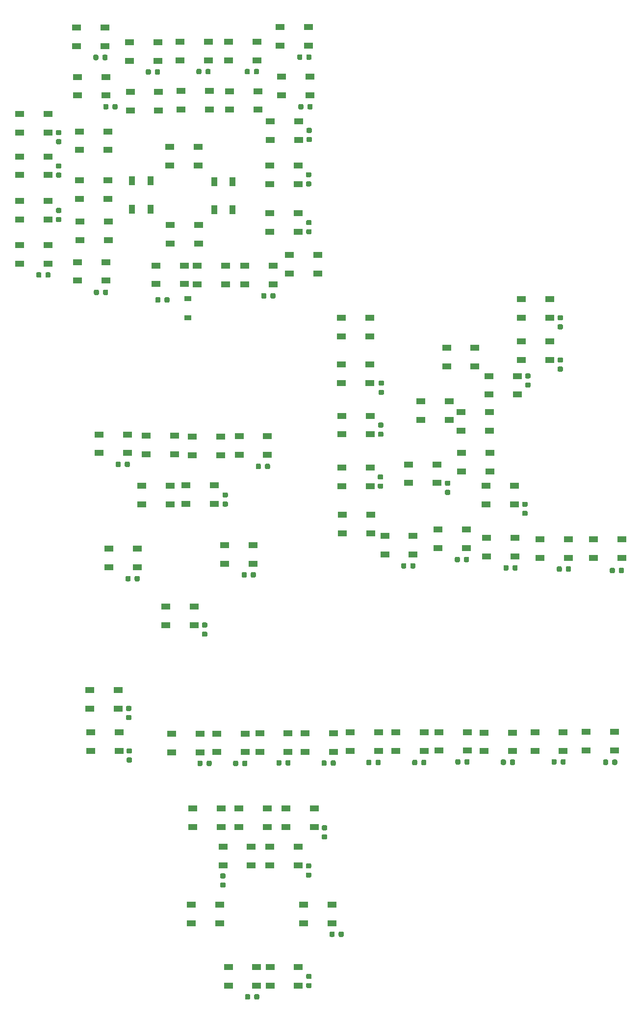
<source format=gbr>
%TF.GenerationSoftware,KiCad,Pcbnew,(5.1.6)-1*%
%TF.CreationDate,2021-08-25T11:31:01+10:00*%
%TF.ProjectId,DISP-EMC Panel PCB V1,44495350-2d45-44d4-9320-50616e656c20,rev?*%
%TF.SameCoordinates,Original*%
%TF.FileFunction,Paste,Top*%
%TF.FilePolarity,Positive*%
%FSLAX46Y46*%
G04 Gerber Fmt 4.6, Leading zero omitted, Abs format (unit mm)*
G04 Created by KiCad (PCBNEW (5.1.6)-1) date 2021-08-25 11:31:01*
%MOMM*%
%LPD*%
G01*
G04 APERTURE LIST*
%ADD10R,1.200000X0.900000*%
%ADD11R,1.000000X1.500000*%
%ADD12R,1.500000X1.000000*%
G04 APERTURE END LIST*
%TO.C,C55*%
G36*
G01*
X135756250Y-93512500D02*
X135243750Y-93512500D01*
G75*
G02*
X135025000Y-93293750I0J218750D01*
G01*
X135025000Y-92856250D01*
G75*
G02*
X135243750Y-92637500I218750J0D01*
G01*
X135756250Y-92637500D01*
G75*
G02*
X135975000Y-92856250I0J-218750D01*
G01*
X135975000Y-93293750D01*
G75*
G02*
X135756250Y-93512500I-218750J0D01*
G01*
G37*
G36*
G01*
X135756250Y-95087500D02*
X135243750Y-95087500D01*
G75*
G02*
X135025000Y-94868750I0J218750D01*
G01*
X135025000Y-94431250D01*
G75*
G02*
X135243750Y-94212500I218750J0D01*
G01*
X135756250Y-94212500D01*
G75*
G02*
X135975000Y-94431250I0J-218750D01*
G01*
X135975000Y-94868750D01*
G75*
G02*
X135756250Y-95087500I-218750J0D01*
G01*
G37*
%TD*%
%TO.C,C54*%
G36*
G01*
X122406250Y-89887500D02*
X121893750Y-89887500D01*
G75*
G02*
X121675000Y-89668750I0J218750D01*
G01*
X121675000Y-89231250D01*
G75*
G02*
X121893750Y-89012500I218750J0D01*
G01*
X122406250Y-89012500D01*
G75*
G02*
X122625000Y-89231250I0J-218750D01*
G01*
X122625000Y-89668750D01*
G75*
G02*
X122406250Y-89887500I-218750J0D01*
G01*
G37*
G36*
G01*
X122406250Y-91462500D02*
X121893750Y-91462500D01*
G75*
G02*
X121675000Y-91243750I0J218750D01*
G01*
X121675000Y-90806250D01*
G75*
G02*
X121893750Y-90587500I218750J0D01*
G01*
X122406250Y-90587500D01*
G75*
G02*
X122625000Y-90806250I0J-218750D01*
G01*
X122625000Y-91243750D01*
G75*
G02*
X122406250Y-91462500I-218750J0D01*
G01*
G37*
%TD*%
%TO.C,C53*%
G36*
G01*
X135743750Y-72087500D02*
X136256250Y-72087500D01*
G75*
G02*
X136475000Y-72306250I0J-218750D01*
G01*
X136475000Y-72743750D01*
G75*
G02*
X136256250Y-72962500I-218750J0D01*
G01*
X135743750Y-72962500D01*
G75*
G02*
X135525000Y-72743750I0J218750D01*
G01*
X135525000Y-72306250D01*
G75*
G02*
X135743750Y-72087500I218750J0D01*
G01*
G37*
G36*
G01*
X135743750Y-70512500D02*
X136256250Y-70512500D01*
G75*
G02*
X136475000Y-70731250I0J-218750D01*
G01*
X136475000Y-71168750D01*
G75*
G02*
X136256250Y-71387500I-218750J0D01*
G01*
X135743750Y-71387500D01*
G75*
G02*
X135525000Y-71168750I0J218750D01*
G01*
X135525000Y-70731250D01*
G75*
G02*
X135743750Y-70512500I218750J0D01*
G01*
G37*
%TD*%
%TO.C,C52*%
G36*
G01*
X141856250Y-68650000D02*
X141343750Y-68650000D01*
G75*
G02*
X141125000Y-68431250I0J218750D01*
G01*
X141125000Y-67993750D01*
G75*
G02*
X141343750Y-67775000I218750J0D01*
G01*
X141856250Y-67775000D01*
G75*
G02*
X142075000Y-67993750I0J-218750D01*
G01*
X142075000Y-68431250D01*
G75*
G02*
X141856250Y-68650000I-218750J0D01*
G01*
G37*
G36*
G01*
X141856250Y-70225000D02*
X141343750Y-70225000D01*
G75*
G02*
X141125000Y-70006250I0J218750D01*
G01*
X141125000Y-69568750D01*
G75*
G02*
X141343750Y-69350000I218750J0D01*
G01*
X141856250Y-69350000D01*
G75*
G02*
X142075000Y-69568750I0J-218750D01*
G01*
X142075000Y-70006250D01*
G75*
G02*
X141856250Y-70225000I-218750J0D01*
G01*
G37*
%TD*%
%TO.C,C51*%
G36*
G01*
X141856250Y-61350000D02*
X141343750Y-61350000D01*
G75*
G02*
X141125000Y-61131250I0J218750D01*
G01*
X141125000Y-60693750D01*
G75*
G02*
X141343750Y-60475000I218750J0D01*
G01*
X141856250Y-60475000D01*
G75*
G02*
X142075000Y-60693750I0J-218750D01*
G01*
X142075000Y-61131250D01*
G75*
G02*
X141856250Y-61350000I-218750J0D01*
G01*
G37*
G36*
G01*
X141856250Y-62925000D02*
X141343750Y-62925000D01*
G75*
G02*
X141125000Y-62706250I0J218750D01*
G01*
X141125000Y-62268750D01*
G75*
G02*
X141343750Y-62050000I218750J0D01*
G01*
X141856250Y-62050000D01*
G75*
G02*
X142075000Y-62268750I0J-218750D01*
G01*
X142075000Y-62706250D01*
G75*
G02*
X141856250Y-62925000I-218750J0D01*
G01*
G37*
%TD*%
%TO.C,C50*%
G36*
G01*
X67356250Y-128712500D02*
X66843750Y-128712500D01*
G75*
G02*
X66625000Y-128493750I0J218750D01*
G01*
X66625000Y-128056250D01*
G75*
G02*
X66843750Y-127837500I218750J0D01*
G01*
X67356250Y-127837500D01*
G75*
G02*
X67575000Y-128056250I0J-218750D01*
G01*
X67575000Y-128493750D01*
G75*
G02*
X67356250Y-128712500I-218750J0D01*
G01*
G37*
G36*
G01*
X67356250Y-130287500D02*
X66843750Y-130287500D01*
G75*
G02*
X66625000Y-130068750I0J218750D01*
G01*
X66625000Y-129631250D01*
G75*
G02*
X66843750Y-129412500I218750J0D01*
G01*
X67356250Y-129412500D01*
G75*
G02*
X67575000Y-129631250I0J-218750D01*
G01*
X67575000Y-130068750D01*
G75*
G02*
X67356250Y-130287500I-218750J0D01*
G01*
G37*
%TD*%
%TO.C,C49*%
G36*
G01*
X67456250Y-136037500D02*
X66943750Y-136037500D01*
G75*
G02*
X66725000Y-135818750I0J218750D01*
G01*
X66725000Y-135381250D01*
G75*
G02*
X66943750Y-135162500I218750J0D01*
G01*
X67456250Y-135162500D01*
G75*
G02*
X67675000Y-135381250I0J-218750D01*
G01*
X67675000Y-135818750D01*
G75*
G02*
X67456250Y-136037500I-218750J0D01*
G01*
G37*
G36*
G01*
X67456250Y-137612500D02*
X66943750Y-137612500D01*
G75*
G02*
X66725000Y-137393750I0J218750D01*
G01*
X66725000Y-136956250D01*
G75*
G02*
X66943750Y-136737500I218750J0D01*
G01*
X67456250Y-136737500D01*
G75*
G02*
X67675000Y-136956250I0J-218750D01*
G01*
X67675000Y-137393750D01*
G75*
G02*
X67456250Y-137612500I-218750J0D01*
G01*
G37*
%TD*%
%TO.C,C48*%
G36*
G01*
X83606250Y-157600000D02*
X83093750Y-157600000D01*
G75*
G02*
X82875000Y-157381250I0J218750D01*
G01*
X82875000Y-156943750D01*
G75*
G02*
X83093750Y-156725000I218750J0D01*
G01*
X83606250Y-156725000D01*
G75*
G02*
X83825000Y-156943750I0J-218750D01*
G01*
X83825000Y-157381250D01*
G75*
G02*
X83606250Y-157600000I-218750J0D01*
G01*
G37*
G36*
G01*
X83606250Y-159175000D02*
X83093750Y-159175000D01*
G75*
G02*
X82875000Y-158956250I0J218750D01*
G01*
X82875000Y-158518750D01*
G75*
G02*
X83093750Y-158300000I218750J0D01*
G01*
X83606250Y-158300000D01*
G75*
G02*
X83825000Y-158518750I0J-218750D01*
G01*
X83825000Y-158956250D01*
G75*
G02*
X83606250Y-159175000I-218750J0D01*
G01*
G37*
%TD*%
%TO.C,C47*%
G36*
G01*
X88762500Y-178256250D02*
X88762500Y-177743750D01*
G75*
G02*
X88981250Y-177525000I218750J0D01*
G01*
X89418750Y-177525000D01*
G75*
G02*
X89637500Y-177743750I0J-218750D01*
G01*
X89637500Y-178256250D01*
G75*
G02*
X89418750Y-178475000I-218750J0D01*
G01*
X88981250Y-178475000D01*
G75*
G02*
X88762500Y-178256250I0J218750D01*
G01*
G37*
G36*
G01*
X87187500Y-178256250D02*
X87187500Y-177743750D01*
G75*
G02*
X87406250Y-177525000I218750J0D01*
G01*
X87843750Y-177525000D01*
G75*
G02*
X88062500Y-177743750I0J-218750D01*
G01*
X88062500Y-178256250D01*
G75*
G02*
X87843750Y-178475000I-218750J0D01*
G01*
X87406250Y-178475000D01*
G75*
G02*
X87187500Y-178256250I0J218750D01*
G01*
G37*
%TD*%
%TO.C,C46*%
G36*
G01*
X97943750Y-175612500D02*
X98456250Y-175612500D01*
G75*
G02*
X98675000Y-175831250I0J-218750D01*
G01*
X98675000Y-176268750D01*
G75*
G02*
X98456250Y-176487500I-218750J0D01*
G01*
X97943750Y-176487500D01*
G75*
G02*
X97725000Y-176268750I0J218750D01*
G01*
X97725000Y-175831250D01*
G75*
G02*
X97943750Y-175612500I218750J0D01*
G01*
G37*
G36*
G01*
X97943750Y-174037500D02*
X98456250Y-174037500D01*
G75*
G02*
X98675000Y-174256250I0J-218750D01*
G01*
X98675000Y-174693750D01*
G75*
G02*
X98456250Y-174912500I-218750J0D01*
G01*
X97943750Y-174912500D01*
G75*
G02*
X97725000Y-174693750I0J218750D01*
G01*
X97725000Y-174256250D01*
G75*
G02*
X97943750Y-174037500I218750J0D01*
G01*
G37*
%TD*%
%TO.C,C45*%
G36*
G01*
X102637500Y-166943750D02*
X102637500Y-167456250D01*
G75*
G02*
X102418750Y-167675000I-218750J0D01*
G01*
X101981250Y-167675000D01*
G75*
G02*
X101762500Y-167456250I0J218750D01*
G01*
X101762500Y-166943750D01*
G75*
G02*
X101981250Y-166725000I218750J0D01*
G01*
X102418750Y-166725000D01*
G75*
G02*
X102637500Y-166943750I0J-218750D01*
G01*
G37*
G36*
G01*
X104212500Y-166943750D02*
X104212500Y-167456250D01*
G75*
G02*
X103993750Y-167675000I-218750J0D01*
G01*
X103556250Y-167675000D01*
G75*
G02*
X103337500Y-167456250I0J218750D01*
G01*
X103337500Y-166943750D01*
G75*
G02*
X103556250Y-166725000I218750J0D01*
G01*
X103993750Y-166725000D01*
G75*
G02*
X104212500Y-166943750I0J-218750D01*
G01*
G37*
%TD*%
%TO.C,C44*%
G36*
G01*
X101156250Y-149287500D02*
X100643750Y-149287500D01*
G75*
G02*
X100425000Y-149068750I0J218750D01*
G01*
X100425000Y-148631250D01*
G75*
G02*
X100643750Y-148412500I218750J0D01*
G01*
X101156250Y-148412500D01*
G75*
G02*
X101375000Y-148631250I0J-218750D01*
G01*
X101375000Y-149068750D01*
G75*
G02*
X101156250Y-149287500I-218750J0D01*
G01*
G37*
G36*
G01*
X101156250Y-150862500D02*
X100643750Y-150862500D01*
G75*
G02*
X100425000Y-150643750I0J218750D01*
G01*
X100425000Y-150206250D01*
G75*
G02*
X100643750Y-149987500I218750J0D01*
G01*
X101156250Y-149987500D01*
G75*
G02*
X101375000Y-150206250I0J-218750D01*
G01*
X101375000Y-150643750D01*
G75*
G02*
X101156250Y-150862500I-218750J0D01*
G01*
G37*
%TD*%
%TO.C,C43*%
G36*
G01*
X150562500Y-137806250D02*
X150562500Y-137293750D01*
G75*
G02*
X150781250Y-137075000I218750J0D01*
G01*
X151218750Y-137075000D01*
G75*
G02*
X151437500Y-137293750I0J-218750D01*
G01*
X151437500Y-137806250D01*
G75*
G02*
X151218750Y-138025000I-218750J0D01*
G01*
X150781250Y-138025000D01*
G75*
G02*
X150562500Y-137806250I0J218750D01*
G01*
G37*
G36*
G01*
X148987500Y-137806250D02*
X148987500Y-137293750D01*
G75*
G02*
X149206250Y-137075000I218750J0D01*
G01*
X149643750Y-137075000D01*
G75*
G02*
X149862500Y-137293750I0J-218750D01*
G01*
X149862500Y-137806250D01*
G75*
G02*
X149643750Y-138025000I-218750J0D01*
G01*
X149206250Y-138025000D01*
G75*
G02*
X148987500Y-137806250I0J218750D01*
G01*
G37*
%TD*%
%TO.C,C42*%
G36*
G01*
X141662500Y-137756250D02*
X141662500Y-137243750D01*
G75*
G02*
X141881250Y-137025000I218750J0D01*
G01*
X142318750Y-137025000D01*
G75*
G02*
X142537500Y-137243750I0J-218750D01*
G01*
X142537500Y-137756250D01*
G75*
G02*
X142318750Y-137975000I-218750J0D01*
G01*
X141881250Y-137975000D01*
G75*
G02*
X141662500Y-137756250I0J218750D01*
G01*
G37*
G36*
G01*
X140087500Y-137756250D02*
X140087500Y-137243750D01*
G75*
G02*
X140306250Y-137025000I218750J0D01*
G01*
X140743750Y-137025000D01*
G75*
G02*
X140962500Y-137243750I0J-218750D01*
G01*
X140962500Y-137756250D01*
G75*
G02*
X140743750Y-137975000I-218750J0D01*
G01*
X140306250Y-137975000D01*
G75*
G02*
X140087500Y-137756250I0J218750D01*
G01*
G37*
%TD*%
%TO.C,C41*%
G36*
G01*
X125062500Y-137756250D02*
X125062500Y-137243750D01*
G75*
G02*
X125281250Y-137025000I218750J0D01*
G01*
X125718750Y-137025000D01*
G75*
G02*
X125937500Y-137243750I0J-218750D01*
G01*
X125937500Y-137756250D01*
G75*
G02*
X125718750Y-137975000I-218750J0D01*
G01*
X125281250Y-137975000D01*
G75*
G02*
X125062500Y-137756250I0J218750D01*
G01*
G37*
G36*
G01*
X123487500Y-137756250D02*
X123487500Y-137243750D01*
G75*
G02*
X123706250Y-137025000I218750J0D01*
G01*
X124143750Y-137025000D01*
G75*
G02*
X124362500Y-137243750I0J-218750D01*
G01*
X124362500Y-137756250D01*
G75*
G02*
X124143750Y-137975000I-218750J0D01*
G01*
X123706250Y-137975000D01*
G75*
G02*
X123487500Y-137756250I0J218750D01*
G01*
G37*
%TD*%
%TO.C,C40*%
G36*
G01*
X132912500Y-137806250D02*
X132912500Y-137293750D01*
G75*
G02*
X133131250Y-137075000I218750J0D01*
G01*
X133568750Y-137075000D01*
G75*
G02*
X133787500Y-137293750I0J-218750D01*
G01*
X133787500Y-137806250D01*
G75*
G02*
X133568750Y-138025000I-218750J0D01*
G01*
X133131250Y-138025000D01*
G75*
G02*
X132912500Y-137806250I0J218750D01*
G01*
G37*
G36*
G01*
X131337500Y-137806250D02*
X131337500Y-137293750D01*
G75*
G02*
X131556250Y-137075000I218750J0D01*
G01*
X131993750Y-137075000D01*
G75*
G02*
X132212500Y-137293750I0J-218750D01*
G01*
X132212500Y-137806250D01*
G75*
G02*
X131993750Y-138025000I-218750J0D01*
G01*
X131556250Y-138025000D01*
G75*
G02*
X131337500Y-137806250I0J218750D01*
G01*
G37*
%TD*%
%TO.C,C39*%
G36*
G01*
X109700000Y-137856250D02*
X109700000Y-137343750D01*
G75*
G02*
X109918750Y-137125000I218750J0D01*
G01*
X110356250Y-137125000D01*
G75*
G02*
X110575000Y-137343750I0J-218750D01*
G01*
X110575000Y-137856250D01*
G75*
G02*
X110356250Y-138075000I-218750J0D01*
G01*
X109918750Y-138075000D01*
G75*
G02*
X109700000Y-137856250I0J218750D01*
G01*
G37*
G36*
G01*
X108125000Y-137856250D02*
X108125000Y-137343750D01*
G75*
G02*
X108343750Y-137125000I218750J0D01*
G01*
X108781250Y-137125000D01*
G75*
G02*
X109000000Y-137343750I0J-218750D01*
G01*
X109000000Y-137856250D01*
G75*
G02*
X108781250Y-138075000I-218750J0D01*
G01*
X108343750Y-138075000D01*
G75*
G02*
X108125000Y-137856250I0J218750D01*
G01*
G37*
%TD*%
%TO.C,C38*%
G36*
G01*
X117612500Y-137856250D02*
X117612500Y-137343750D01*
G75*
G02*
X117831250Y-137125000I218750J0D01*
G01*
X118268750Y-137125000D01*
G75*
G02*
X118487500Y-137343750I0J-218750D01*
G01*
X118487500Y-137856250D01*
G75*
G02*
X118268750Y-138075000I-218750J0D01*
G01*
X117831250Y-138075000D01*
G75*
G02*
X117612500Y-137856250I0J218750D01*
G01*
G37*
G36*
G01*
X116037500Y-137856250D02*
X116037500Y-137343750D01*
G75*
G02*
X116256250Y-137125000I218750J0D01*
G01*
X116693750Y-137125000D01*
G75*
G02*
X116912500Y-137343750I0J-218750D01*
G01*
X116912500Y-137856250D01*
G75*
G02*
X116693750Y-138075000I-218750J0D01*
G01*
X116256250Y-138075000D01*
G75*
G02*
X116037500Y-137856250I0J218750D01*
G01*
G37*
%TD*%
%TO.C,C37*%
G36*
G01*
X98406250Y-155862500D02*
X97893750Y-155862500D01*
G75*
G02*
X97675000Y-155643750I0J218750D01*
G01*
X97675000Y-155206250D01*
G75*
G02*
X97893750Y-154987500I218750J0D01*
G01*
X98406250Y-154987500D01*
G75*
G02*
X98625000Y-155206250I0J-218750D01*
G01*
X98625000Y-155643750D01*
G75*
G02*
X98406250Y-155862500I-218750J0D01*
G01*
G37*
G36*
G01*
X98406250Y-157437500D02*
X97893750Y-157437500D01*
G75*
G02*
X97675000Y-157218750I0J218750D01*
G01*
X97675000Y-156781250D01*
G75*
G02*
X97893750Y-156562500I218750J0D01*
G01*
X98406250Y-156562500D01*
G75*
G02*
X98625000Y-156781250I0J-218750D01*
G01*
X98625000Y-157218750D01*
G75*
G02*
X98406250Y-157437500I-218750J0D01*
G01*
G37*
%TD*%
%TO.C,C26*%
G36*
G01*
X133362500Y-104306250D02*
X133362500Y-103793750D01*
G75*
G02*
X133581250Y-103575000I218750J0D01*
G01*
X134018750Y-103575000D01*
G75*
G02*
X134237500Y-103793750I0J-218750D01*
G01*
X134237500Y-104306250D01*
G75*
G02*
X134018750Y-104525000I-218750J0D01*
G01*
X133581250Y-104525000D01*
G75*
G02*
X133362500Y-104306250I0J218750D01*
G01*
G37*
G36*
G01*
X131787500Y-104306250D02*
X131787500Y-103793750D01*
G75*
G02*
X132006250Y-103575000I218750J0D01*
G01*
X132443750Y-103575000D01*
G75*
G02*
X132662500Y-103793750I0J-218750D01*
G01*
X132662500Y-104306250D01*
G75*
G02*
X132443750Y-104525000I-218750J0D01*
G01*
X132006250Y-104525000D01*
G75*
G02*
X131787500Y-104306250I0J218750D01*
G01*
G37*
%TD*%
%TO.C,C23*%
G36*
G01*
X115712500Y-103956250D02*
X115712500Y-103443750D01*
G75*
G02*
X115931250Y-103225000I218750J0D01*
G01*
X116368750Y-103225000D01*
G75*
G02*
X116587500Y-103443750I0J-218750D01*
G01*
X116587500Y-103956250D01*
G75*
G02*
X116368750Y-104175000I-218750J0D01*
G01*
X115931250Y-104175000D01*
G75*
G02*
X115712500Y-103956250I0J218750D01*
G01*
G37*
G36*
G01*
X114137500Y-103956250D02*
X114137500Y-103443750D01*
G75*
G02*
X114356250Y-103225000I218750J0D01*
G01*
X114793750Y-103225000D01*
G75*
G02*
X115012500Y-103443750I0J-218750D01*
G01*
X115012500Y-103956250D01*
G75*
G02*
X114793750Y-104175000I-218750J0D01*
G01*
X114356250Y-104175000D01*
G75*
G02*
X114137500Y-103956250I0J218750D01*
G01*
G37*
%TD*%
%TO.C,C36*%
G36*
G01*
X101962500Y-137956250D02*
X101962500Y-137443750D01*
G75*
G02*
X102181250Y-137225000I218750J0D01*
G01*
X102618750Y-137225000D01*
G75*
G02*
X102837500Y-137443750I0J-218750D01*
G01*
X102837500Y-137956250D01*
G75*
G02*
X102618750Y-138175000I-218750J0D01*
G01*
X102181250Y-138175000D01*
G75*
G02*
X101962500Y-137956250I0J218750D01*
G01*
G37*
G36*
G01*
X100387500Y-137956250D02*
X100387500Y-137443750D01*
G75*
G02*
X100606250Y-137225000I218750J0D01*
G01*
X101043750Y-137225000D01*
G75*
G02*
X101262500Y-137443750I0J-218750D01*
G01*
X101262500Y-137956250D01*
G75*
G02*
X101043750Y-138175000I-218750J0D01*
G01*
X100606250Y-138175000D01*
G75*
G02*
X100387500Y-137956250I0J218750D01*
G01*
G37*
%TD*%
%TO.C,C35*%
G36*
G01*
X94162500Y-137906250D02*
X94162500Y-137393750D01*
G75*
G02*
X94381250Y-137175000I218750J0D01*
G01*
X94818750Y-137175000D01*
G75*
G02*
X95037500Y-137393750I0J-218750D01*
G01*
X95037500Y-137906250D01*
G75*
G02*
X94818750Y-138125000I-218750J0D01*
G01*
X94381250Y-138125000D01*
G75*
G02*
X94162500Y-137906250I0J218750D01*
G01*
G37*
G36*
G01*
X92587500Y-137906250D02*
X92587500Y-137393750D01*
G75*
G02*
X92806250Y-137175000I218750J0D01*
G01*
X93243750Y-137175000D01*
G75*
G02*
X93462500Y-137393750I0J-218750D01*
G01*
X93462500Y-137906250D01*
G75*
G02*
X93243750Y-138125000I-218750J0D01*
G01*
X92806250Y-138125000D01*
G75*
G02*
X92587500Y-137906250I0J218750D01*
G01*
G37*
%TD*%
%TO.C,C34*%
G36*
G01*
X79837500Y-137493750D02*
X79837500Y-138006250D01*
G75*
G02*
X79618750Y-138225000I-218750J0D01*
G01*
X79181250Y-138225000D01*
G75*
G02*
X78962500Y-138006250I0J218750D01*
G01*
X78962500Y-137493750D01*
G75*
G02*
X79181250Y-137275000I218750J0D01*
G01*
X79618750Y-137275000D01*
G75*
G02*
X79837500Y-137493750I0J-218750D01*
G01*
G37*
G36*
G01*
X81412500Y-137493750D02*
X81412500Y-138006250D01*
G75*
G02*
X81193750Y-138225000I-218750J0D01*
G01*
X80756250Y-138225000D01*
G75*
G02*
X80537500Y-138006250I0J218750D01*
G01*
X80537500Y-137493750D01*
G75*
G02*
X80756250Y-137275000I218750J0D01*
G01*
X81193750Y-137275000D01*
G75*
G02*
X81412500Y-137493750I0J-218750D01*
G01*
G37*
%TD*%
%TO.C,C33*%
G36*
G01*
X86700000Y-138006250D02*
X86700000Y-137493750D01*
G75*
G02*
X86918750Y-137275000I218750J0D01*
G01*
X87356250Y-137275000D01*
G75*
G02*
X87575000Y-137493750I0J-218750D01*
G01*
X87575000Y-138006250D01*
G75*
G02*
X87356250Y-138225000I-218750J0D01*
G01*
X86918750Y-138225000D01*
G75*
G02*
X86700000Y-138006250I0J218750D01*
G01*
G37*
G36*
G01*
X85125000Y-138006250D02*
X85125000Y-137493750D01*
G75*
G02*
X85343750Y-137275000I218750J0D01*
G01*
X85781250Y-137275000D01*
G75*
G02*
X86000000Y-137493750I0J-218750D01*
G01*
X86000000Y-138006250D01*
G75*
G02*
X85781250Y-138225000I-218750J0D01*
G01*
X85343750Y-138225000D01*
G75*
G02*
X85125000Y-138006250I0J218750D01*
G01*
G37*
%TD*%
%TO.C,C32*%
G36*
G01*
X83493750Y-92612500D02*
X84006250Y-92612500D01*
G75*
G02*
X84225000Y-92831250I0J-218750D01*
G01*
X84225000Y-93268750D01*
G75*
G02*
X84006250Y-93487500I-218750J0D01*
G01*
X83493750Y-93487500D01*
G75*
G02*
X83275000Y-93268750I0J218750D01*
G01*
X83275000Y-92831250D01*
G75*
G02*
X83493750Y-92612500I218750J0D01*
G01*
G37*
G36*
G01*
X83493750Y-91037500D02*
X84006250Y-91037500D01*
G75*
G02*
X84225000Y-91256250I0J-218750D01*
G01*
X84225000Y-91693750D01*
G75*
G02*
X84006250Y-91912500I-218750J0D01*
G01*
X83493750Y-91912500D01*
G75*
G02*
X83275000Y-91693750I0J218750D01*
G01*
X83275000Y-91256250D01*
G75*
G02*
X83493750Y-91037500I218750J0D01*
G01*
G37*
%TD*%
%TO.C,C31*%
G36*
G01*
X88162500Y-105506250D02*
X88162500Y-104993750D01*
G75*
G02*
X88381250Y-104775000I218750J0D01*
G01*
X88818750Y-104775000D01*
G75*
G02*
X89037500Y-104993750I0J-218750D01*
G01*
X89037500Y-105506250D01*
G75*
G02*
X88818750Y-105725000I-218750J0D01*
G01*
X88381250Y-105725000D01*
G75*
G02*
X88162500Y-105506250I0J218750D01*
G01*
G37*
G36*
G01*
X86587500Y-105506250D02*
X86587500Y-104993750D01*
G75*
G02*
X86806250Y-104775000I218750J0D01*
G01*
X87243750Y-104775000D01*
G75*
G02*
X87462500Y-104993750I0J-218750D01*
G01*
X87462500Y-105506250D01*
G75*
G02*
X87243750Y-105725000I-218750J0D01*
G01*
X86806250Y-105725000D01*
G75*
G02*
X86587500Y-105506250I0J218750D01*
G01*
G37*
%TD*%
%TO.C,C30*%
G36*
G01*
X90612500Y-86806250D02*
X90612500Y-86293750D01*
G75*
G02*
X90831250Y-86075000I218750J0D01*
G01*
X91268750Y-86075000D01*
G75*
G02*
X91487500Y-86293750I0J-218750D01*
G01*
X91487500Y-86806250D01*
G75*
G02*
X91268750Y-87025000I-218750J0D01*
G01*
X90831250Y-87025000D01*
G75*
G02*
X90612500Y-86806250I0J218750D01*
G01*
G37*
G36*
G01*
X89037500Y-86806250D02*
X89037500Y-86293750D01*
G75*
G02*
X89256250Y-86075000I218750J0D01*
G01*
X89693750Y-86075000D01*
G75*
G02*
X89912500Y-86293750I0J-218750D01*
G01*
X89912500Y-86806250D01*
G75*
G02*
X89693750Y-87025000I-218750J0D01*
G01*
X89256250Y-87025000D01*
G75*
G02*
X89037500Y-86806250I0J218750D01*
G01*
G37*
%TD*%
%TO.C,C29*%
G36*
G01*
X80456250Y-114337500D02*
X79943750Y-114337500D01*
G75*
G02*
X79725000Y-114118750I0J218750D01*
G01*
X79725000Y-113681250D01*
G75*
G02*
X79943750Y-113462500I218750J0D01*
G01*
X80456250Y-113462500D01*
G75*
G02*
X80675000Y-113681250I0J-218750D01*
G01*
X80675000Y-114118750D01*
G75*
G02*
X80456250Y-114337500I-218750J0D01*
G01*
G37*
G36*
G01*
X80456250Y-115912500D02*
X79943750Y-115912500D01*
G75*
G02*
X79725000Y-115693750I0J218750D01*
G01*
X79725000Y-115256250D01*
G75*
G02*
X79943750Y-115037500I218750J0D01*
G01*
X80456250Y-115037500D01*
G75*
G02*
X80675000Y-115256250I0J-218750D01*
G01*
X80675000Y-115693750D01*
G75*
G02*
X80456250Y-115912500I-218750J0D01*
G01*
G37*
%TD*%
%TO.C,C28*%
G36*
G01*
X68112500Y-106156250D02*
X68112500Y-105643750D01*
G75*
G02*
X68331250Y-105425000I218750J0D01*
G01*
X68768750Y-105425000D01*
G75*
G02*
X68987500Y-105643750I0J-218750D01*
G01*
X68987500Y-106156250D01*
G75*
G02*
X68768750Y-106375000I-218750J0D01*
G01*
X68331250Y-106375000D01*
G75*
G02*
X68112500Y-106156250I0J218750D01*
G01*
G37*
G36*
G01*
X66537500Y-106156250D02*
X66537500Y-105643750D01*
G75*
G02*
X66756250Y-105425000I218750J0D01*
G01*
X67193750Y-105425000D01*
G75*
G02*
X67412500Y-105643750I0J-218750D01*
G01*
X67412500Y-106156250D01*
G75*
G02*
X67193750Y-106375000I-218750J0D01*
G01*
X66756250Y-106375000D01*
G75*
G02*
X66537500Y-106156250I0J218750D01*
G01*
G37*
%TD*%
%TO.C,C27*%
G36*
G01*
X66412500Y-86456250D02*
X66412500Y-85943750D01*
G75*
G02*
X66631250Y-85725000I218750J0D01*
G01*
X67068750Y-85725000D01*
G75*
G02*
X67287500Y-85943750I0J-218750D01*
G01*
X67287500Y-86456250D01*
G75*
G02*
X67068750Y-86675000I-218750J0D01*
G01*
X66631250Y-86675000D01*
G75*
G02*
X66412500Y-86456250I0J218750D01*
G01*
G37*
G36*
G01*
X64837500Y-86456250D02*
X64837500Y-85943750D01*
G75*
G02*
X65056250Y-85725000I218750J0D01*
G01*
X65493750Y-85725000D01*
G75*
G02*
X65712500Y-85943750I0J-218750D01*
G01*
X65712500Y-86456250D01*
G75*
G02*
X65493750Y-86675000I-218750J0D01*
G01*
X65056250Y-86675000D01*
G75*
G02*
X64837500Y-86456250I0J218750D01*
G01*
G37*
%TD*%
%TO.C,C25*%
G36*
G01*
X142562500Y-104506250D02*
X142562500Y-103993750D01*
G75*
G02*
X142781250Y-103775000I218750J0D01*
G01*
X143218750Y-103775000D01*
G75*
G02*
X143437500Y-103993750I0J-218750D01*
G01*
X143437500Y-104506250D01*
G75*
G02*
X143218750Y-104725000I-218750J0D01*
G01*
X142781250Y-104725000D01*
G75*
G02*
X142562500Y-104506250I0J218750D01*
G01*
G37*
G36*
G01*
X140987500Y-104506250D02*
X140987500Y-103993750D01*
G75*
G02*
X141206250Y-103775000I218750J0D01*
G01*
X141643750Y-103775000D01*
G75*
G02*
X141862500Y-103993750I0J-218750D01*
G01*
X141862500Y-104506250D01*
G75*
G02*
X141643750Y-104725000I-218750J0D01*
G01*
X141206250Y-104725000D01*
G75*
G02*
X140987500Y-104506250I0J218750D01*
G01*
G37*
%TD*%
%TO.C,C24*%
G36*
G01*
X124962500Y-102856250D02*
X124962500Y-102343750D01*
G75*
G02*
X125181250Y-102125000I218750J0D01*
G01*
X125618750Y-102125000D01*
G75*
G02*
X125837500Y-102343750I0J-218750D01*
G01*
X125837500Y-102856250D01*
G75*
G02*
X125618750Y-103075000I-218750J0D01*
G01*
X125181250Y-103075000D01*
G75*
G02*
X124962500Y-102856250I0J218750D01*
G01*
G37*
G36*
G01*
X123387500Y-102856250D02*
X123387500Y-102343750D01*
G75*
G02*
X123606250Y-102125000I218750J0D01*
G01*
X124043750Y-102125000D01*
G75*
G02*
X124262500Y-102343750I0J-218750D01*
G01*
X124262500Y-102856250D01*
G75*
G02*
X124043750Y-103075000I-218750J0D01*
G01*
X123606250Y-103075000D01*
G75*
G02*
X123387500Y-102856250I0J218750D01*
G01*
G37*
%TD*%
%TO.C,C22*%
G36*
G01*
X110343750Y-80562500D02*
X110856250Y-80562500D01*
G75*
G02*
X111075000Y-80781250I0J-218750D01*
G01*
X111075000Y-81218750D01*
G75*
G02*
X110856250Y-81437500I-218750J0D01*
G01*
X110343750Y-81437500D01*
G75*
G02*
X110125000Y-81218750I0J218750D01*
G01*
X110125000Y-80781250D01*
G75*
G02*
X110343750Y-80562500I218750J0D01*
G01*
G37*
G36*
G01*
X110343750Y-78987500D02*
X110856250Y-78987500D01*
G75*
G02*
X111075000Y-79206250I0J-218750D01*
G01*
X111075000Y-79643750D01*
G75*
G02*
X110856250Y-79862500I-218750J0D01*
G01*
X110343750Y-79862500D01*
G75*
G02*
X110125000Y-79643750I0J218750D01*
G01*
X110125000Y-79206250D01*
G75*
G02*
X110343750Y-78987500I218750J0D01*
G01*
G37*
%TD*%
%TO.C,C21*%
G36*
G01*
X110293750Y-89512500D02*
X110806250Y-89512500D01*
G75*
G02*
X111025000Y-89731250I0J-218750D01*
G01*
X111025000Y-90168750D01*
G75*
G02*
X110806250Y-90387500I-218750J0D01*
G01*
X110293750Y-90387500D01*
G75*
G02*
X110075000Y-90168750I0J218750D01*
G01*
X110075000Y-89731250D01*
G75*
G02*
X110293750Y-89512500I218750J0D01*
G01*
G37*
G36*
G01*
X110293750Y-87937500D02*
X110806250Y-87937500D01*
G75*
G02*
X111025000Y-88156250I0J-218750D01*
G01*
X111025000Y-88593750D01*
G75*
G02*
X110806250Y-88812500I-218750J0D01*
G01*
X110293750Y-88812500D01*
G75*
G02*
X110075000Y-88593750I0J218750D01*
G01*
X110075000Y-88156250D01*
G75*
G02*
X110293750Y-87937500I218750J0D01*
G01*
G37*
%TD*%
%TO.C,C20*%
G36*
G01*
X151712500Y-104756250D02*
X151712500Y-104243750D01*
G75*
G02*
X151931250Y-104025000I218750J0D01*
G01*
X152368750Y-104025000D01*
G75*
G02*
X152587500Y-104243750I0J-218750D01*
G01*
X152587500Y-104756250D01*
G75*
G02*
X152368750Y-104975000I-218750J0D01*
G01*
X151931250Y-104975000D01*
G75*
G02*
X151712500Y-104756250I0J218750D01*
G01*
G37*
G36*
G01*
X150137500Y-104756250D02*
X150137500Y-104243750D01*
G75*
G02*
X150356250Y-104025000I218750J0D01*
G01*
X150793750Y-104025000D01*
G75*
G02*
X151012500Y-104243750I0J-218750D01*
G01*
X151012500Y-104756250D01*
G75*
G02*
X150793750Y-104975000I-218750J0D01*
G01*
X150356250Y-104975000D01*
G75*
G02*
X150137500Y-104756250I0J218750D01*
G01*
G37*
%TD*%
D10*
%TO.C,D80*%
X77300000Y-60950000D03*
X77300000Y-57650000D03*
%TD*%
%TO.C,R1*%
G36*
G01*
X73262500Y-58106250D02*
X73262500Y-57593750D01*
G75*
G02*
X73481250Y-57375000I218750J0D01*
G01*
X73918750Y-57375000D01*
G75*
G02*
X74137500Y-57593750I0J-218750D01*
G01*
X74137500Y-58106250D01*
G75*
G02*
X73918750Y-58325000I-218750J0D01*
G01*
X73481250Y-58325000D01*
G75*
G02*
X73262500Y-58106250I0J218750D01*
G01*
G37*
G36*
G01*
X71687500Y-58106250D02*
X71687500Y-57593750D01*
G75*
G02*
X71906250Y-57375000I218750J0D01*
G01*
X72343750Y-57375000D01*
G75*
G02*
X72562500Y-57593750I0J-218750D01*
G01*
X72562500Y-58106250D01*
G75*
G02*
X72343750Y-58325000I-218750J0D01*
G01*
X71906250Y-58325000D01*
G75*
G02*
X71687500Y-58106250I0J218750D01*
G01*
G37*
%TD*%
%TO.C,C19*%
G36*
G01*
X110956250Y-72637500D02*
X110443750Y-72637500D01*
G75*
G02*
X110225000Y-72418750I0J218750D01*
G01*
X110225000Y-71981250D01*
G75*
G02*
X110443750Y-71762500I218750J0D01*
G01*
X110956250Y-71762500D01*
G75*
G02*
X111175000Y-71981250I0J-218750D01*
G01*
X111175000Y-72418750D01*
G75*
G02*
X110956250Y-72637500I-218750J0D01*
G01*
G37*
G36*
G01*
X110956250Y-74212500D02*
X110443750Y-74212500D01*
G75*
G02*
X110225000Y-73993750I0J218750D01*
G01*
X110225000Y-73556250D01*
G75*
G02*
X110443750Y-73337500I218750J0D01*
G01*
X110956250Y-73337500D01*
G75*
G02*
X111175000Y-73556250I0J-218750D01*
G01*
X111175000Y-73993750D01*
G75*
G02*
X110956250Y-74212500I-218750J0D01*
G01*
G37*
%TD*%
%TO.C,C18*%
G36*
G01*
X97893750Y-37412500D02*
X98406250Y-37412500D01*
G75*
G02*
X98625000Y-37631250I0J-218750D01*
G01*
X98625000Y-38068750D01*
G75*
G02*
X98406250Y-38287500I-218750J0D01*
G01*
X97893750Y-38287500D01*
G75*
G02*
X97675000Y-38068750I0J218750D01*
G01*
X97675000Y-37631250D01*
G75*
G02*
X97893750Y-37412500I218750J0D01*
G01*
G37*
G36*
G01*
X97893750Y-35837500D02*
X98406250Y-35837500D01*
G75*
G02*
X98625000Y-36056250I0J-218750D01*
G01*
X98625000Y-36493750D01*
G75*
G02*
X98406250Y-36712500I-218750J0D01*
G01*
X97893750Y-36712500D01*
G75*
G02*
X97675000Y-36493750I0J218750D01*
G01*
X97675000Y-36056250D01*
G75*
G02*
X97893750Y-35837500I218750J0D01*
G01*
G37*
%TD*%
%TO.C,C17*%
G36*
G01*
X97943750Y-45662500D02*
X98456250Y-45662500D01*
G75*
G02*
X98675000Y-45881250I0J-218750D01*
G01*
X98675000Y-46318750D01*
G75*
G02*
X98456250Y-46537500I-218750J0D01*
G01*
X97943750Y-46537500D01*
G75*
G02*
X97725000Y-46318750I0J218750D01*
G01*
X97725000Y-45881250D01*
G75*
G02*
X97943750Y-45662500I218750J0D01*
G01*
G37*
G36*
G01*
X97943750Y-44087500D02*
X98456250Y-44087500D01*
G75*
G02*
X98675000Y-44306250I0J-218750D01*
G01*
X98675000Y-44743750D01*
G75*
G02*
X98456250Y-44962500I-218750J0D01*
G01*
X97943750Y-44962500D01*
G75*
G02*
X97725000Y-44743750I0J218750D01*
G01*
X97725000Y-44306250D01*
G75*
G02*
X97943750Y-44087500I218750J0D01*
G01*
G37*
%TD*%
%TO.C,C16*%
G36*
G01*
X91550000Y-57406250D02*
X91550000Y-56893750D01*
G75*
G02*
X91768750Y-56675000I218750J0D01*
G01*
X92206250Y-56675000D01*
G75*
G02*
X92425000Y-56893750I0J-218750D01*
G01*
X92425000Y-57406250D01*
G75*
G02*
X92206250Y-57625000I-218750J0D01*
G01*
X91768750Y-57625000D01*
G75*
G02*
X91550000Y-57406250I0J218750D01*
G01*
G37*
G36*
G01*
X89975000Y-57406250D02*
X89975000Y-56893750D01*
G75*
G02*
X90193750Y-56675000I218750J0D01*
G01*
X90631250Y-56675000D01*
G75*
G02*
X90850000Y-56893750I0J-218750D01*
G01*
X90850000Y-57406250D01*
G75*
G02*
X90631250Y-57625000I-218750J0D01*
G01*
X90193750Y-57625000D01*
G75*
G02*
X89975000Y-57406250I0J218750D01*
G01*
G37*
%TD*%
%TO.C,C15*%
G36*
G01*
X97993750Y-29762500D02*
X98506250Y-29762500D01*
G75*
G02*
X98725000Y-29981250I0J-218750D01*
G01*
X98725000Y-30418750D01*
G75*
G02*
X98506250Y-30637500I-218750J0D01*
G01*
X97993750Y-30637500D01*
G75*
G02*
X97775000Y-30418750I0J218750D01*
G01*
X97775000Y-29981250D01*
G75*
G02*
X97993750Y-29762500I218750J0D01*
G01*
G37*
G36*
G01*
X97993750Y-28187500D02*
X98506250Y-28187500D01*
G75*
G02*
X98725000Y-28406250I0J-218750D01*
G01*
X98725000Y-28843750D01*
G75*
G02*
X98506250Y-29062500I-218750J0D01*
G01*
X97993750Y-29062500D01*
G75*
G02*
X97775000Y-28843750I0J218750D01*
G01*
X97775000Y-28406250D01*
G75*
G02*
X97993750Y-28187500I218750J0D01*
G01*
G37*
%TD*%
%TO.C,C14*%
G36*
G01*
X97762500Y-16256250D02*
X97762500Y-15743750D01*
G75*
G02*
X97981250Y-15525000I218750J0D01*
G01*
X98418750Y-15525000D01*
G75*
G02*
X98637500Y-15743750I0J-218750D01*
G01*
X98637500Y-16256250D01*
G75*
G02*
X98418750Y-16475000I-218750J0D01*
G01*
X97981250Y-16475000D01*
G75*
G02*
X97762500Y-16256250I0J218750D01*
G01*
G37*
G36*
G01*
X96187500Y-16256250D02*
X96187500Y-15743750D01*
G75*
G02*
X96406250Y-15525000I218750J0D01*
G01*
X96843750Y-15525000D01*
G75*
G02*
X97062500Y-15743750I0J-218750D01*
G01*
X97062500Y-16256250D01*
G75*
G02*
X96843750Y-16475000I-218750J0D01*
G01*
X96406250Y-16475000D01*
G75*
G02*
X96187500Y-16256250I0J218750D01*
G01*
G37*
%TD*%
%TO.C,C13*%
G36*
G01*
X97962500Y-24806250D02*
X97962500Y-24293750D01*
G75*
G02*
X98181250Y-24075000I218750J0D01*
G01*
X98618750Y-24075000D01*
G75*
G02*
X98837500Y-24293750I0J-218750D01*
G01*
X98837500Y-24806250D01*
G75*
G02*
X98618750Y-25025000I-218750J0D01*
G01*
X98181250Y-25025000D01*
G75*
G02*
X97962500Y-24806250I0J218750D01*
G01*
G37*
G36*
G01*
X96387500Y-24806250D02*
X96387500Y-24293750D01*
G75*
G02*
X96606250Y-24075000I218750J0D01*
G01*
X97043750Y-24075000D01*
G75*
G02*
X97262500Y-24293750I0J-218750D01*
G01*
X97262500Y-24806250D01*
G75*
G02*
X97043750Y-25025000I-218750J0D01*
G01*
X96606250Y-25025000D01*
G75*
G02*
X96387500Y-24806250I0J218750D01*
G01*
G37*
%TD*%
%TO.C,C12*%
G36*
G01*
X88712500Y-18756250D02*
X88712500Y-18243750D01*
G75*
G02*
X88931250Y-18025000I218750J0D01*
G01*
X89368750Y-18025000D01*
G75*
G02*
X89587500Y-18243750I0J-218750D01*
G01*
X89587500Y-18756250D01*
G75*
G02*
X89368750Y-18975000I-218750J0D01*
G01*
X88931250Y-18975000D01*
G75*
G02*
X88712500Y-18756250I0J218750D01*
G01*
G37*
G36*
G01*
X87137500Y-18756250D02*
X87137500Y-18243750D01*
G75*
G02*
X87356250Y-18025000I218750J0D01*
G01*
X87793750Y-18025000D01*
G75*
G02*
X88012500Y-18243750I0J-218750D01*
G01*
X88012500Y-18756250D01*
G75*
G02*
X87793750Y-18975000I-218750J0D01*
G01*
X87356250Y-18975000D01*
G75*
G02*
X87137500Y-18756250I0J218750D01*
G01*
G37*
%TD*%
%TO.C,C11*%
G36*
G01*
X80350000Y-18756250D02*
X80350000Y-18243750D01*
G75*
G02*
X80568750Y-18025000I218750J0D01*
G01*
X81006250Y-18025000D01*
G75*
G02*
X81225000Y-18243750I0J-218750D01*
G01*
X81225000Y-18756250D01*
G75*
G02*
X81006250Y-18975000I-218750J0D01*
G01*
X80568750Y-18975000D01*
G75*
G02*
X80350000Y-18756250I0J218750D01*
G01*
G37*
G36*
G01*
X78775000Y-18756250D02*
X78775000Y-18243750D01*
G75*
G02*
X78993750Y-18025000I218750J0D01*
G01*
X79431250Y-18025000D01*
G75*
G02*
X79650000Y-18243750I0J-218750D01*
G01*
X79650000Y-18756250D01*
G75*
G02*
X79431250Y-18975000I-218750J0D01*
G01*
X78993750Y-18975000D01*
G75*
G02*
X78775000Y-18756250I0J218750D01*
G01*
G37*
%TD*%
%TO.C,C10*%
G36*
G01*
X71612500Y-18806250D02*
X71612500Y-18293750D01*
G75*
G02*
X71831250Y-18075000I218750J0D01*
G01*
X72268750Y-18075000D01*
G75*
G02*
X72487500Y-18293750I0J-218750D01*
G01*
X72487500Y-18806250D01*
G75*
G02*
X72268750Y-19025000I-218750J0D01*
G01*
X71831250Y-19025000D01*
G75*
G02*
X71612500Y-18806250I0J218750D01*
G01*
G37*
G36*
G01*
X70037500Y-18806250D02*
X70037500Y-18293750D01*
G75*
G02*
X70256250Y-18075000I218750J0D01*
G01*
X70693750Y-18075000D01*
G75*
G02*
X70912500Y-18293750I0J-218750D01*
G01*
X70912500Y-18806250D01*
G75*
G02*
X70693750Y-19025000I-218750J0D01*
G01*
X70256250Y-19025000D01*
G75*
G02*
X70037500Y-18806250I0J218750D01*
G01*
G37*
%TD*%
%TO.C,C9*%
G36*
G01*
X62562500Y-16306250D02*
X62562500Y-15793750D01*
G75*
G02*
X62781250Y-15575000I218750J0D01*
G01*
X63218750Y-15575000D01*
G75*
G02*
X63437500Y-15793750I0J-218750D01*
G01*
X63437500Y-16306250D01*
G75*
G02*
X63218750Y-16525000I-218750J0D01*
G01*
X62781250Y-16525000D01*
G75*
G02*
X62562500Y-16306250I0J218750D01*
G01*
G37*
G36*
G01*
X60987500Y-16306250D02*
X60987500Y-15793750D01*
G75*
G02*
X61206250Y-15575000I218750J0D01*
G01*
X61643750Y-15575000D01*
G75*
G02*
X61862500Y-15793750I0J-218750D01*
G01*
X61862500Y-16306250D01*
G75*
G02*
X61643750Y-16525000I-218750J0D01*
G01*
X61206250Y-16525000D01*
G75*
G02*
X60987500Y-16306250I0J218750D01*
G01*
G37*
%TD*%
%TO.C,C8*%
G36*
G01*
X63587500Y-24293750D02*
X63587500Y-24806250D01*
G75*
G02*
X63368750Y-25025000I-218750J0D01*
G01*
X62931250Y-25025000D01*
G75*
G02*
X62712500Y-24806250I0J218750D01*
G01*
X62712500Y-24293750D01*
G75*
G02*
X62931250Y-24075000I218750J0D01*
G01*
X63368750Y-24075000D01*
G75*
G02*
X63587500Y-24293750I0J-218750D01*
G01*
G37*
G36*
G01*
X65162500Y-24293750D02*
X65162500Y-24806250D01*
G75*
G02*
X64943750Y-25025000I-218750J0D01*
G01*
X64506250Y-25025000D01*
G75*
G02*
X64287500Y-24806250I0J218750D01*
G01*
X64287500Y-24293750D01*
G75*
G02*
X64506250Y-24075000I218750J0D01*
G01*
X64943750Y-24075000D01*
G75*
G02*
X65162500Y-24293750I0J-218750D01*
G01*
G37*
%TD*%
%TO.C,C6*%
G36*
G01*
X62662500Y-56806250D02*
X62662500Y-56293750D01*
G75*
G02*
X62881250Y-56075000I218750J0D01*
G01*
X63318750Y-56075000D01*
G75*
G02*
X63537500Y-56293750I0J-218750D01*
G01*
X63537500Y-56806250D01*
G75*
G02*
X63318750Y-57025000I-218750J0D01*
G01*
X62881250Y-57025000D01*
G75*
G02*
X62662500Y-56806250I0J218750D01*
G01*
G37*
G36*
G01*
X61087500Y-56806250D02*
X61087500Y-56293750D01*
G75*
G02*
X61306250Y-56075000I218750J0D01*
G01*
X61743750Y-56075000D01*
G75*
G02*
X61962500Y-56293750I0J-218750D01*
G01*
X61962500Y-56806250D01*
G75*
G02*
X61743750Y-57025000I-218750J0D01*
G01*
X61306250Y-57025000D01*
G75*
G02*
X61087500Y-56806250I0J218750D01*
G01*
G37*
%TD*%
%TO.C,C5*%
G36*
G01*
X52712500Y-53806250D02*
X52712500Y-53293750D01*
G75*
G02*
X52931250Y-53075000I218750J0D01*
G01*
X53368750Y-53075000D01*
G75*
G02*
X53587500Y-53293750I0J-218750D01*
G01*
X53587500Y-53806250D01*
G75*
G02*
X53368750Y-54025000I-218750J0D01*
G01*
X52931250Y-54025000D01*
G75*
G02*
X52712500Y-53806250I0J218750D01*
G01*
G37*
G36*
G01*
X51137500Y-53806250D02*
X51137500Y-53293750D01*
G75*
G02*
X51356250Y-53075000I218750J0D01*
G01*
X51793750Y-53075000D01*
G75*
G02*
X52012500Y-53293750I0J-218750D01*
G01*
X52012500Y-53806250D01*
G75*
G02*
X51793750Y-54025000I-218750J0D01*
G01*
X51356250Y-54025000D01*
G75*
G02*
X51137500Y-53806250I0J218750D01*
G01*
G37*
%TD*%
%TO.C,C4*%
G36*
G01*
X54743750Y-43562500D02*
X55256250Y-43562500D01*
G75*
G02*
X55475000Y-43781250I0J-218750D01*
G01*
X55475000Y-44218750D01*
G75*
G02*
X55256250Y-44437500I-218750J0D01*
G01*
X54743750Y-44437500D01*
G75*
G02*
X54525000Y-44218750I0J218750D01*
G01*
X54525000Y-43781250D01*
G75*
G02*
X54743750Y-43562500I218750J0D01*
G01*
G37*
G36*
G01*
X54743750Y-41987500D02*
X55256250Y-41987500D01*
G75*
G02*
X55475000Y-42206250I0J-218750D01*
G01*
X55475000Y-42643750D01*
G75*
G02*
X55256250Y-42862500I-218750J0D01*
G01*
X54743750Y-42862500D01*
G75*
G02*
X54525000Y-42643750I0J218750D01*
G01*
X54525000Y-42206250D01*
G75*
G02*
X54743750Y-41987500I218750J0D01*
G01*
G37*
%TD*%
%TO.C,C3*%
G36*
G01*
X54743750Y-35887500D02*
X55256250Y-35887500D01*
G75*
G02*
X55475000Y-36106250I0J-218750D01*
G01*
X55475000Y-36543750D01*
G75*
G02*
X55256250Y-36762500I-218750J0D01*
G01*
X54743750Y-36762500D01*
G75*
G02*
X54525000Y-36543750I0J218750D01*
G01*
X54525000Y-36106250D01*
G75*
G02*
X54743750Y-35887500I218750J0D01*
G01*
G37*
G36*
G01*
X54743750Y-34312500D02*
X55256250Y-34312500D01*
G75*
G02*
X55475000Y-34531250I0J-218750D01*
G01*
X55475000Y-34968750D01*
G75*
G02*
X55256250Y-35187500I-218750J0D01*
G01*
X54743750Y-35187500D01*
G75*
G02*
X54525000Y-34968750I0J218750D01*
G01*
X54525000Y-34531250D01*
G75*
G02*
X54743750Y-34312500I218750J0D01*
G01*
G37*
%TD*%
%TO.C,C2*%
G36*
G01*
X55256250Y-29437500D02*
X54743750Y-29437500D01*
G75*
G02*
X54525000Y-29218750I0J218750D01*
G01*
X54525000Y-28781250D01*
G75*
G02*
X54743750Y-28562500I218750J0D01*
G01*
X55256250Y-28562500D01*
G75*
G02*
X55475000Y-28781250I0J-218750D01*
G01*
X55475000Y-29218750D01*
G75*
G02*
X55256250Y-29437500I-218750J0D01*
G01*
G37*
G36*
G01*
X55256250Y-31012500D02*
X54743750Y-31012500D01*
G75*
G02*
X54525000Y-30793750I0J218750D01*
G01*
X54525000Y-30356250D01*
G75*
G02*
X54743750Y-30137500I218750J0D01*
G01*
X55256250Y-30137500D01*
G75*
G02*
X55475000Y-30356250I0J-218750D01*
G01*
X55475000Y-30793750D01*
G75*
G02*
X55256250Y-31012500I-218750J0D01*
G01*
G37*
%TD*%
D11*
%TO.C,D79*%
X67665600Y-42214800D03*
X70865600Y-42214800D03*
X67665600Y-37314800D03*
X70865600Y-37314800D03*
%TD*%
D12*
%TO.C,D78*%
X79144200Y-48158000D03*
X79144200Y-44958000D03*
X74244200Y-48158000D03*
X74244200Y-44958000D03*
%TD*%
D11*
%TO.C,D77*%
X81838800Y-42339600D03*
X85038800Y-42339600D03*
X81838800Y-37439600D03*
X85038800Y-37439600D03*
%TD*%
D12*
%TO.C,D76*%
X79093400Y-34645200D03*
X79093400Y-31445200D03*
X74193400Y-34645200D03*
X74193400Y-31445200D03*
%TD*%
%TO.C,D75*%
X77876400Y-162103000D03*
X77876400Y-165303000D03*
X82776400Y-162103000D03*
X82776400Y-165303000D03*
%TD*%
%TO.C,D74*%
X84291000Y-172847000D03*
X84291000Y-176047000D03*
X89191000Y-172847000D03*
X89191000Y-176047000D03*
%TD*%
%TO.C,D73*%
X91490800Y-172872000D03*
X91490800Y-176072000D03*
X96390800Y-172872000D03*
X96390800Y-176072000D03*
%TD*%
%TO.C,D72*%
X97295800Y-162103000D03*
X97295800Y-165303000D03*
X102195800Y-162103000D03*
X102195800Y-165303000D03*
%TD*%
%TO.C,D71*%
X91467600Y-152146000D03*
X91467600Y-155346000D03*
X96367600Y-152146000D03*
X96367600Y-155346000D03*
%TD*%
%TO.C,D70*%
X83365000Y-152121000D03*
X83365000Y-155321000D03*
X88265000Y-152121000D03*
X88265000Y-155321000D03*
%TD*%
%TO.C,D69*%
X94210800Y-145517000D03*
X94210800Y-148717000D03*
X99110800Y-145517000D03*
X99110800Y-148717000D03*
%TD*%
%TO.C,D68*%
X86082800Y-145542000D03*
X86082800Y-148742000D03*
X90982800Y-145542000D03*
X90982800Y-148742000D03*
%TD*%
%TO.C,D67*%
X78118800Y-145491000D03*
X78118800Y-148691000D03*
X83018800Y-145491000D03*
X83018800Y-148691000D03*
%TD*%
%TO.C,D66*%
X146052000Y-132334000D03*
X146052000Y-135534000D03*
X150952000Y-132334000D03*
X150952000Y-135534000D03*
%TD*%
%TO.C,D65*%
X137211000Y-132385000D03*
X137211000Y-135585000D03*
X142111000Y-132385000D03*
X142111000Y-135585000D03*
%TD*%
%TO.C,D64*%
X128425000Y-132436000D03*
X128425000Y-135636000D03*
X133325000Y-132436000D03*
X133325000Y-135636000D03*
%TD*%
%TO.C,D63*%
X120652000Y-132359000D03*
X120652000Y-135559000D03*
X125552000Y-132359000D03*
X125552000Y-135559000D03*
%TD*%
%TO.C,D62*%
X113185000Y-132410000D03*
X113185000Y-135610000D03*
X118085000Y-132410000D03*
X118085000Y-135610000D03*
%TD*%
%TO.C,D61*%
X105336000Y-132410000D03*
X105336000Y-135610000D03*
X110236000Y-132410000D03*
X110236000Y-135610000D03*
%TD*%
%TO.C,D60*%
X97538200Y-132563000D03*
X97538200Y-135763000D03*
X102438200Y-132563000D03*
X102438200Y-135763000D03*
%TD*%
%TO.C,D59*%
X89715000Y-132537000D03*
X89715000Y-135737000D03*
X94615000Y-132537000D03*
X94615000Y-135737000D03*
%TD*%
%TO.C,D58*%
X82272800Y-132614000D03*
X82272800Y-135814000D03*
X87172800Y-132614000D03*
X87172800Y-135814000D03*
%TD*%
%TO.C,D57*%
X74525800Y-132639000D03*
X74525800Y-135839000D03*
X79425800Y-132639000D03*
X79425800Y-135839000D03*
%TD*%
%TO.C,D56*%
X60516600Y-132385000D03*
X60516600Y-135585000D03*
X65416600Y-132385000D03*
X65416600Y-135585000D03*
%TD*%
%TO.C,D55*%
X60403400Y-125095000D03*
X60403400Y-128295000D03*
X65303400Y-125095000D03*
X65303400Y-128295000D03*
%TD*%
%TO.C,D54*%
X63680000Y-100762000D03*
X63680000Y-103962000D03*
X68580000Y-100762000D03*
X68580000Y-103962000D03*
%TD*%
%TO.C,D53*%
X73535200Y-110694000D03*
X73535200Y-113894000D03*
X78435200Y-110694000D03*
X78435200Y-113894000D03*
%TD*%
%TO.C,D52*%
X83681400Y-100152000D03*
X83681400Y-103352000D03*
X88581400Y-100152000D03*
X88581400Y-103352000D03*
%TD*%
%TO.C,D51*%
X76964200Y-89840200D03*
X76964200Y-93040200D03*
X81864200Y-89840200D03*
X81864200Y-93040200D03*
%TD*%
%TO.C,D50*%
X69381200Y-89865400D03*
X69381200Y-93065400D03*
X74281200Y-89865400D03*
X74281200Y-93065400D03*
%TD*%
%TO.C,D49*%
X86159000Y-81356200D03*
X86159000Y-84556200D03*
X91059000Y-81356200D03*
X91059000Y-84556200D03*
%TD*%
%TO.C,D48*%
X78081800Y-81407400D03*
X78081800Y-84607400D03*
X82981800Y-81407400D03*
X82981800Y-84607400D03*
%TD*%
%TO.C,D47*%
X70131600Y-81254600D03*
X70131600Y-84454600D03*
X75031600Y-81254600D03*
X75031600Y-84454600D03*
%TD*%
%TO.C,D46*%
X62015200Y-81051600D03*
X62015200Y-84251600D03*
X66915200Y-81051600D03*
X66915200Y-84251600D03*
%TD*%
%TO.C,D45*%
X147297000Y-99137000D03*
X147297000Y-102337000D03*
X152197000Y-99137000D03*
X152197000Y-102337000D03*
%TD*%
%TO.C,D44*%
X138102000Y-99111000D03*
X138102000Y-102311000D03*
X143002000Y-99111000D03*
X143002000Y-102311000D03*
%TD*%
%TO.C,D43*%
X128882000Y-98882000D03*
X128882000Y-102082000D03*
X133782000Y-98882000D03*
X133782000Y-102082000D03*
%TD*%
%TO.C,D42*%
X120525000Y-97460200D03*
X120525000Y-100660200D03*
X125425000Y-97460200D03*
X125425000Y-100660200D03*
%TD*%
%TO.C,D41*%
X111305000Y-98552000D03*
X111305000Y-101752000D03*
X116205000Y-98552000D03*
X116205000Y-101752000D03*
%TD*%
%TO.C,D40*%
X103976000Y-94869200D03*
X103976000Y-98069200D03*
X108876000Y-94869200D03*
X108876000Y-98069200D03*
%TD*%
%TO.C,D39*%
X103861000Y-86792200D03*
X103861000Y-89992200D03*
X108761000Y-86792200D03*
X108761000Y-89992200D03*
%TD*%
%TO.C,D38*%
X103888000Y-77826000D03*
X103888000Y-81026000D03*
X108788000Y-77826000D03*
X108788000Y-81026000D03*
%TD*%
%TO.C,D37*%
X103835000Y-69011800D03*
X103835000Y-72211800D03*
X108735000Y-69011800D03*
X108735000Y-72211800D03*
%TD*%
%TO.C,D36*%
X103787000Y-60960400D03*
X103787000Y-64160400D03*
X108687000Y-60960400D03*
X108687000Y-64160400D03*
%TD*%
%TO.C,D35*%
X128792000Y-89890800D03*
X128792000Y-93090800D03*
X133692000Y-89890800D03*
X133692000Y-93090800D03*
%TD*%
%TO.C,D34*%
X115420000Y-86208000D03*
X115420000Y-89408000D03*
X120320000Y-86208000D03*
X120320000Y-89408000D03*
%TD*%
%TO.C,D33*%
X124538000Y-84226800D03*
X124538000Y-87426800D03*
X129438000Y-84226800D03*
X129438000Y-87426800D03*
%TD*%
%TO.C,D32*%
X124485000Y-77190600D03*
X124485000Y-80390600D03*
X129385000Y-77190600D03*
X129385000Y-80390600D03*
%TD*%
%TO.C,D31*%
X117503000Y-75311400D03*
X117503000Y-78511400D03*
X122403000Y-75311400D03*
X122403000Y-78511400D03*
%TD*%
%TO.C,D30*%
X129286000Y-70967600D03*
X129286000Y-74167600D03*
X134186000Y-70967600D03*
X134186000Y-74167600D03*
%TD*%
%TO.C,D29*%
X121973000Y-66091200D03*
X121973000Y-69291200D03*
X126873000Y-66091200D03*
X126873000Y-69291200D03*
%TD*%
%TO.C,D28*%
X134851000Y-65024000D03*
X134851000Y-68224000D03*
X139751000Y-65024000D03*
X139751000Y-68224000D03*
%TD*%
%TO.C,D27*%
X134851000Y-57709200D03*
X134851000Y-60909200D03*
X139751000Y-57709200D03*
X139751000Y-60909200D03*
%TD*%
%TO.C,D26*%
X94845800Y-50114200D03*
X94845800Y-53314200D03*
X99745800Y-50114200D03*
X99745800Y-53314200D03*
%TD*%
%TO.C,D25*%
X87098800Y-51968400D03*
X87098800Y-55168400D03*
X91998800Y-51968400D03*
X91998800Y-55168400D03*
%TD*%
%TO.C,D24*%
X78945400Y-51943000D03*
X78945400Y-55143000D03*
X83845400Y-51943000D03*
X83845400Y-55143000D03*
%TD*%
%TO.C,D23*%
X71808000Y-51917800D03*
X71808000Y-55117800D03*
X76708000Y-51917800D03*
X76708000Y-55117800D03*
%TD*%
%TO.C,D22*%
X58244400Y-51333800D03*
X58244400Y-54533800D03*
X63144400Y-51333800D03*
X63144400Y-54533800D03*
%TD*%
%TO.C,D21*%
X48262200Y-48412400D03*
X48262200Y-51612400D03*
X53162200Y-48412400D03*
X53162200Y-51612400D03*
%TD*%
%TO.C,D20*%
X91442200Y-42875200D03*
X91442200Y-46075200D03*
X96342200Y-42875200D03*
X96342200Y-46075200D03*
%TD*%
%TO.C,D19*%
X58648600Y-44348400D03*
X58648600Y-47548400D03*
X63548600Y-44348400D03*
X63548600Y-47548400D03*
%TD*%
%TO.C,D18*%
X48262200Y-40817800D03*
X48262200Y-44017800D03*
X53162200Y-40817800D03*
X53162200Y-44017800D03*
%TD*%
%TO.C,D17*%
X91416800Y-34671000D03*
X91416800Y-37871000D03*
X96316800Y-34671000D03*
X96316800Y-37871000D03*
%TD*%
%TO.C,D16*%
X58600000Y-37261800D03*
X58600000Y-40461800D03*
X63500000Y-37261800D03*
X63500000Y-40461800D03*
%TD*%
%TO.C,D15*%
X48262200Y-33121600D03*
X48262200Y-36321600D03*
X53162200Y-33121600D03*
X53162200Y-36321600D03*
%TD*%
%TO.C,D14*%
X91543800Y-27051400D03*
X91543800Y-30251400D03*
X96443800Y-27051400D03*
X96443800Y-30251400D03*
%TD*%
%TO.C,D13*%
X58625400Y-28803600D03*
X58625400Y-32003600D03*
X63525400Y-28803600D03*
X63525400Y-32003600D03*
%TD*%
%TO.C,D12*%
X48262200Y-25781000D03*
X48262200Y-28981000D03*
X53162200Y-25781000D03*
X53162200Y-28981000D03*
%TD*%
%TO.C,D11*%
X93474200Y-19354800D03*
X93474200Y-22554800D03*
X98374200Y-19354800D03*
X98374200Y-22554800D03*
%TD*%
%TO.C,D10*%
X84505800Y-21869400D03*
X84505800Y-25069400D03*
X89405800Y-21869400D03*
X89405800Y-25069400D03*
%TD*%
%TO.C,D9*%
X76126000Y-21844000D03*
X76126000Y-25044000D03*
X81026000Y-21844000D03*
X81026000Y-25044000D03*
%TD*%
%TO.C,D8*%
X67363000Y-21971400D03*
X67363000Y-25171400D03*
X72263000Y-21971400D03*
X72263000Y-25171400D03*
%TD*%
%TO.C,D7*%
X58267600Y-19405600D03*
X58267600Y-22605600D03*
X63167600Y-19405600D03*
X63167600Y-22605600D03*
%TD*%
%TO.C,D6*%
X93245600Y-10820800D03*
X93245600Y-14020800D03*
X98145600Y-10820800D03*
X98145600Y-14020800D03*
%TD*%
%TO.C,D5*%
X84304800Y-13335400D03*
X84304800Y-16535400D03*
X89204800Y-13335400D03*
X89204800Y-16535400D03*
%TD*%
%TO.C,D4*%
X75922800Y-13335400D03*
X75922800Y-16535400D03*
X80822800Y-13335400D03*
X80822800Y-16535400D03*
%TD*%
%TO.C,D3*%
X67210600Y-13437000D03*
X67210600Y-16637000D03*
X72110600Y-13437000D03*
X72110600Y-16637000D03*
%TD*%
%TO.C,D2*%
X58103600Y-10871400D03*
X58103600Y-14071400D03*
X63003600Y-10871400D03*
X63003600Y-14071400D03*
%TD*%
M02*

</source>
